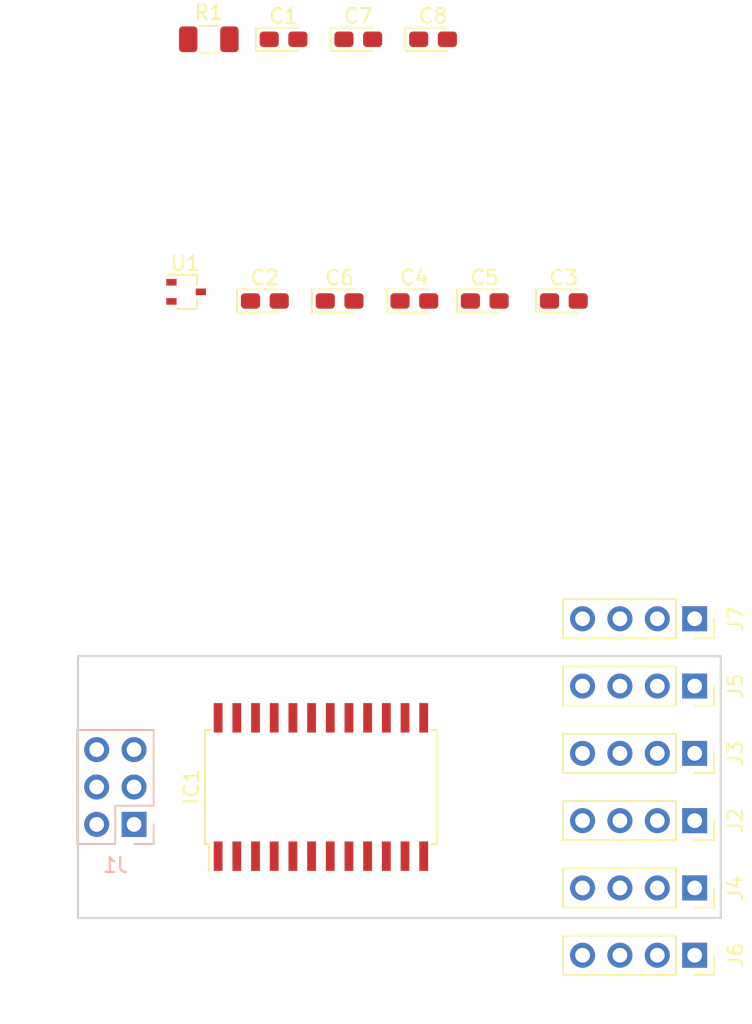
<source format=kicad_pcb>
(kicad_pcb (version 20171130) (host pcbnew "(5.0.2)-1")

  (general
    (thickness 1.6)
    (drawings 10)
    (tracks 0)
    (zones 0)
    (modules 18)
    (nets 29)
  )

  (page A4)
  (layers
    (0 F.Cu signal)
    (31 B.Cu signal)
    (32 B.Adhes user)
    (33 F.Adhes user)
    (34 B.Paste user)
    (35 F.Paste user)
    (36 B.SilkS user)
    (37 F.SilkS user)
    (38 B.Mask user)
    (39 F.Mask user)
    (40 Dwgs.User user)
    (41 Cmts.User user)
    (42 Eco1.User user)
    (43 Eco2.User user)
    (44 Edge.Cuts user)
    (45 Margin user)
    (46 B.CrtYd user)
    (47 F.CrtYd user)
    (48 B.Fab user)
    (49 F.Fab user)
  )

  (setup
    (last_trace_width 0.25)
    (trace_clearance 0.2)
    (zone_clearance 0.508)
    (zone_45_only no)
    (trace_min 0.2)
    (segment_width 0.2)
    (edge_width 0.15)
    (via_size 0.8)
    (via_drill 0.4)
    (via_min_size 0.4)
    (via_min_drill 0.3)
    (uvia_size 0.3)
    (uvia_drill 0.1)
    (uvias_allowed no)
    (uvia_min_size 0.2)
    (uvia_min_drill 0.1)
    (pcb_text_width 0.3)
    (pcb_text_size 1.5 1.5)
    (mod_edge_width 0.15)
    (mod_text_size 1 1)
    (mod_text_width 0.15)
    (pad_size 1.524 1.524)
    (pad_drill 0.762)
    (pad_to_mask_clearance 0.051)
    (solder_mask_min_width 0.25)
    (aux_axis_origin 0 0)
    (visible_elements 7FFFFFFF)
    (pcbplotparams
      (layerselection 0x010fc_ffffffff)
      (usegerberextensions false)
      (usegerberattributes false)
      (usegerberadvancedattributes false)
      (creategerberjobfile false)
      (excludeedgelayer true)
      (linewidth 0.100000)
      (plotframeref false)
      (viasonmask false)
      (mode 1)
      (useauxorigin false)
      (hpglpennumber 1)
      (hpglpenspeed 20)
      (hpglpendiameter 15.000000)
      (psnegative false)
      (psa4output false)
      (plotreference true)
      (plotvalue true)
      (plotinvisibletext false)
      (padsonsilk false)
      (subtractmaskfromsilk false)
      (outputformat 1)
      (mirror false)
      (drillshape 1)
      (scaleselection 1)
      (outputdirectory ""))
  )

  (net 0 "")
  (net 1 /5V)
  (net 2 GND)
  (net 3 "Net-(C3-Pad1)")
  (net 4 "Net-(C4-Pad1)")
  (net 5 "Net-(C6-Pad1)")
  (net 6 "Net-(C7-Pad1)")
  (net 7 "Net-(IC1-Pad1)")
  (net 8 "Net-(IC1-Pad13)")
  (net 9 "Net-(IC1-Pad2)")
  (net 10 "Net-(IC1-Pad14)")
  (net 11 "Net-(IC1-Pad3)")
  (net 12 "Net-(IC1-Pad15)")
  (net 13 "Net-(IC1-Pad16)")
  (net 14 "Net-(IC1-Pad17)")
  (net 15 /MISO)
  (net 16 "Net-(IC1-Pad9)")
  (net 17 /MOSI)
  (net 18 "Net-(IC1-Pad10)")
  (net 19 /SCK)
  (net 20 "Net-(IC1-Pad11)")
  (net 21 "Net-(IC1-Pad12)")
  (net 22 "Net-(J2-Pad4)")
  (net 23 "Net-(J3-Pad4)")
  (net 24 "Net-(J4-Pad4)")
  (net 25 "Net-(J5-Pad4)")
  (net 26 "Net-(J6-Pad4)")
  (net 27 "Net-(J7-Pad4)")
  (net 28 "Net-(J1-Pad5)")

  (net_class Default "Questo è il gruppo di collegamenti predefinito"
    (clearance 0.2)
    (trace_width 0.25)
    (via_dia 0.8)
    (via_drill 0.4)
    (uvia_dia 0.3)
    (uvia_drill 0.1)
    (add_net /5V)
    (add_net /MISO)
    (add_net /MOSI)
    (add_net /SCK)
    (add_net GND)
    (add_net "Net-(C3-Pad1)")
    (add_net "Net-(C4-Pad1)")
    (add_net "Net-(C6-Pad1)")
    (add_net "Net-(C7-Pad1)")
    (add_net "Net-(IC1-Pad1)")
    (add_net "Net-(IC1-Pad10)")
    (add_net "Net-(IC1-Pad11)")
    (add_net "Net-(IC1-Pad12)")
    (add_net "Net-(IC1-Pad13)")
    (add_net "Net-(IC1-Pad14)")
    (add_net "Net-(IC1-Pad15)")
    (add_net "Net-(IC1-Pad16)")
    (add_net "Net-(IC1-Pad17)")
    (add_net "Net-(IC1-Pad2)")
    (add_net "Net-(IC1-Pad3)")
    (add_net "Net-(IC1-Pad9)")
    (add_net "Net-(J1-Pad5)")
    (add_net "Net-(J2-Pad4)")
    (add_net "Net-(J3-Pad4)")
    (add_net "Net-(J4-Pad4)")
    (add_net "Net-(J5-Pad4)")
    (add_net "Net-(J6-Pad4)")
    (add_net "Net-(J7-Pad4)")
  )

  (module Capacitor_Tantalum_SMD:CP_EIA-2012-12_Kemet-R_Pad1.30x1.05mm_HandSolder (layer F.Cu) (tedit 5B301BBE) (tstamp 5C56B901)
    (at 128.27 67.31)
    (descr "Tantalum Capacitor SMD Kemet-R (2012-12 Metric), IPC_7351 nominal, (Body size from: https://www.vishay.com/docs/40182/tmch.pdf), generated with kicad-footprint-generator")
    (tags "capacitor tantalum")
    (path /5C4620DA)
    (attr smd)
    (fp_text reference C1 (at 0 -1.58) (layer F.SilkS)
      (effects (font (size 1 1) (thickness 0.15)))
    )
    (fp_text value 0.01e-6 (at 0 1.58) (layer F.Fab)
      (effects (font (size 1 1) (thickness 0.15)))
    )
    (fp_text user %R (at 0 0) (layer F.Fab)
      (effects (font (size 0.5 0.5) (thickness 0.08)))
    )
    (fp_line (start 1.88 0.88) (end -1.88 0.88) (layer F.CrtYd) (width 0.05))
    (fp_line (start 1.88 -0.88) (end 1.88 0.88) (layer F.CrtYd) (width 0.05))
    (fp_line (start -1.88 -0.88) (end 1.88 -0.88) (layer F.CrtYd) (width 0.05))
    (fp_line (start -1.88 0.88) (end -1.88 -0.88) (layer F.CrtYd) (width 0.05))
    (fp_line (start -1.885 0.785) (end 1 0.785) (layer F.SilkS) (width 0.12))
    (fp_line (start -1.885 -0.785) (end -1.885 0.785) (layer F.SilkS) (width 0.12))
    (fp_line (start 1 -0.785) (end -1.885 -0.785) (layer F.SilkS) (width 0.12))
    (fp_line (start 1 0.625) (end 1 -0.625) (layer F.Fab) (width 0.1))
    (fp_line (start -1 0.625) (end 1 0.625) (layer F.Fab) (width 0.1))
    (fp_line (start -1 -0.3125) (end -1 0.625) (layer F.Fab) (width 0.1))
    (fp_line (start -0.6875 -0.625) (end -1 -0.3125) (layer F.Fab) (width 0.1))
    (fp_line (start 1 -0.625) (end -0.6875 -0.625) (layer F.Fab) (width 0.1))
    (pad 2 smd roundrect (at 0.975 0) (size 1.3 1.05) (layers F.Cu F.Paste F.Mask) (roundrect_rratio 0.238095)
      (net 2 GND))
    (pad 1 smd roundrect (at -0.975 0) (size 1.3 1.05) (layers F.Cu F.Paste F.Mask) (roundrect_rratio 0.238095)
      (net 1 /5V))
    (model ${KISYS3DMOD}/Capacitor_Tantalum_SMD.3dshapes/CP_EIA-2012-12_Kemet-R.wrl
      (at (xyz 0 0 0))
      (scale (xyz 1 1 1))
      (rotate (xyz 0 0 0))
    )
  )

  (module Capacitor_Tantalum_SMD:CP_EIA-2012-12_Kemet-R_Pad1.30x1.05mm_HandSolder (layer F.Cu) (tedit 5B301BBE) (tstamp 5C56BCC0)
    (at 127 85.09)
    (descr "Tantalum Capacitor SMD Kemet-R (2012-12 Metric), IPC_7351 nominal, (Body size from: https://www.vishay.com/docs/40182/tmch.pdf), generated with kicad-footprint-generator")
    (tags "capacitor tantalum")
    (path /5C46215A)
    (attr smd)
    (fp_text reference C2 (at 0 -1.58) (layer F.SilkS)
      (effects (font (size 1 1) (thickness 0.15)))
    )
    (fp_text value 10e-6 (at 0 1.58) (layer F.Fab)
      (effects (font (size 1 1) (thickness 0.15)))
    )
    (fp_line (start 1 -0.625) (end -0.6875 -0.625) (layer F.Fab) (width 0.1))
    (fp_line (start -0.6875 -0.625) (end -1 -0.3125) (layer F.Fab) (width 0.1))
    (fp_line (start -1 -0.3125) (end -1 0.625) (layer F.Fab) (width 0.1))
    (fp_line (start -1 0.625) (end 1 0.625) (layer F.Fab) (width 0.1))
    (fp_line (start 1 0.625) (end 1 -0.625) (layer F.Fab) (width 0.1))
    (fp_line (start 1 -0.785) (end -1.885 -0.785) (layer F.SilkS) (width 0.12))
    (fp_line (start -1.885 -0.785) (end -1.885 0.785) (layer F.SilkS) (width 0.12))
    (fp_line (start -1.885 0.785) (end 1 0.785) (layer F.SilkS) (width 0.12))
    (fp_line (start -1.88 0.88) (end -1.88 -0.88) (layer F.CrtYd) (width 0.05))
    (fp_line (start -1.88 -0.88) (end 1.88 -0.88) (layer F.CrtYd) (width 0.05))
    (fp_line (start 1.88 -0.88) (end 1.88 0.88) (layer F.CrtYd) (width 0.05))
    (fp_line (start 1.88 0.88) (end -1.88 0.88) (layer F.CrtYd) (width 0.05))
    (fp_text user %R (at 0 0) (layer F.Fab)
      (effects (font (size 0.5 0.5) (thickness 0.08)))
    )
    (pad 1 smd roundrect (at -0.975 0) (size 1.3 1.05) (layers F.Cu F.Paste F.Mask) (roundrect_rratio 0.238095)
      (net 1 /5V))
    (pad 2 smd roundrect (at 0.975 0) (size 1.3 1.05) (layers F.Cu F.Paste F.Mask) (roundrect_rratio 0.238095)
      (net 2 GND))
    (model ${KISYS3DMOD}/Capacitor_Tantalum_SMD.3dshapes/CP_EIA-2012-12_Kemet-R.wrl
      (at (xyz 0 0 0))
      (scale (xyz 1 1 1))
      (rotate (xyz 0 0 0))
    )
  )

  (module Capacitor_Tantalum_SMD:CP_EIA-2012-12_Kemet-R_Pad1.30x1.05mm_HandSolder (layer F.Cu) (tedit 5B301BBE) (tstamp 5C56B937)
    (at 147.32 85.09)
    (descr "Tantalum Capacitor SMD Kemet-R (2012-12 Metric), IPC_7351 nominal, (Body size from: https://www.vishay.com/docs/40182/tmch.pdf), generated with kicad-footprint-generator")
    (tags "capacitor tantalum")
    (path /5C462545)
    (attr smd)
    (fp_text reference C3 (at 0 -1.58) (layer F.SilkS)
      (effects (font (size 1 1) (thickness 0.15)))
    )
    (fp_text value 0.1e-6 (at 0 1.58) (layer F.Fab)
      (effects (font (size 1 1) (thickness 0.15)))
    )
    (fp_text user %R (at 0 0) (layer F.Fab)
      (effects (font (size 0.5 0.5) (thickness 0.08)))
    )
    (fp_line (start 1.88 0.88) (end -1.88 0.88) (layer F.CrtYd) (width 0.05))
    (fp_line (start 1.88 -0.88) (end 1.88 0.88) (layer F.CrtYd) (width 0.05))
    (fp_line (start -1.88 -0.88) (end 1.88 -0.88) (layer F.CrtYd) (width 0.05))
    (fp_line (start -1.88 0.88) (end -1.88 -0.88) (layer F.CrtYd) (width 0.05))
    (fp_line (start -1.885 0.785) (end 1 0.785) (layer F.SilkS) (width 0.12))
    (fp_line (start -1.885 -0.785) (end -1.885 0.785) (layer F.SilkS) (width 0.12))
    (fp_line (start 1 -0.785) (end -1.885 -0.785) (layer F.SilkS) (width 0.12))
    (fp_line (start 1 0.625) (end 1 -0.625) (layer F.Fab) (width 0.1))
    (fp_line (start -1 0.625) (end 1 0.625) (layer F.Fab) (width 0.1))
    (fp_line (start -1 -0.3125) (end -1 0.625) (layer F.Fab) (width 0.1))
    (fp_line (start -0.6875 -0.625) (end -1 -0.3125) (layer F.Fab) (width 0.1))
    (fp_line (start 1 -0.625) (end -0.6875 -0.625) (layer F.Fab) (width 0.1))
    (pad 2 smd roundrect (at 0.975 0) (size 1.3 1.05) (layers F.Cu F.Paste F.Mask) (roundrect_rratio 0.238095)
      (net 2 GND))
    (pad 1 smd roundrect (at -0.975 0) (size 1.3 1.05) (layers F.Cu F.Paste F.Mask) (roundrect_rratio 0.238095)
      (net 3 "Net-(C3-Pad1)"))
    (model ${KISYS3DMOD}/Capacitor_Tantalum_SMD.3dshapes/CP_EIA-2012-12_Kemet-R.wrl
      (at (xyz 0 0 0))
      (scale (xyz 1 1 1))
      (rotate (xyz 0 0 0))
    )
  )

  (module Capacitor_Tantalum_SMD:CP_EIA-2012-12_Kemet-R_Pad1.30x1.05mm_HandSolder (layer F.Cu) (tedit 5B301BBE) (tstamp 5C56B694)
    (at 137.16 85.09)
    (descr "Tantalum Capacitor SMD Kemet-R (2012-12 Metric), IPC_7351 nominal, (Body size from: https://www.vishay.com/docs/40182/tmch.pdf), generated with kicad-footprint-generator")
    (tags "capacitor tantalum")
    (path /5C4630EC)
    (attr smd)
    (fp_text reference C4 (at 0 -1.58) (layer F.SilkS)
      (effects (font (size 1 1) (thickness 0.15)))
    )
    (fp_text value 470e-9 (at 0 1.58) (layer F.Fab)
      (effects (font (size 1 1) (thickness 0.15)))
    )
    (fp_line (start 1 -0.625) (end -0.6875 -0.625) (layer F.Fab) (width 0.1))
    (fp_line (start -0.6875 -0.625) (end -1 -0.3125) (layer F.Fab) (width 0.1))
    (fp_line (start -1 -0.3125) (end -1 0.625) (layer F.Fab) (width 0.1))
    (fp_line (start -1 0.625) (end 1 0.625) (layer F.Fab) (width 0.1))
    (fp_line (start 1 0.625) (end 1 -0.625) (layer F.Fab) (width 0.1))
    (fp_line (start 1 -0.785) (end -1.885 -0.785) (layer F.SilkS) (width 0.12))
    (fp_line (start -1.885 -0.785) (end -1.885 0.785) (layer F.SilkS) (width 0.12))
    (fp_line (start -1.885 0.785) (end 1 0.785) (layer F.SilkS) (width 0.12))
    (fp_line (start -1.88 0.88) (end -1.88 -0.88) (layer F.CrtYd) (width 0.05))
    (fp_line (start -1.88 -0.88) (end 1.88 -0.88) (layer F.CrtYd) (width 0.05))
    (fp_line (start 1.88 -0.88) (end 1.88 0.88) (layer F.CrtYd) (width 0.05))
    (fp_line (start 1.88 0.88) (end -1.88 0.88) (layer F.CrtYd) (width 0.05))
    (fp_text user %R (at 0 0) (layer F.Fab)
      (effects (font (size 0.5 0.5) (thickness 0.08)))
    )
    (pad 1 smd roundrect (at -0.975 0) (size 1.3 1.05) (layers F.Cu F.Paste F.Mask) (roundrect_rratio 0.238095)
      (net 4 "Net-(C4-Pad1)"))
    (pad 2 smd roundrect (at 0.975 0) (size 1.3 1.05) (layers F.Cu F.Paste F.Mask) (roundrect_rratio 0.238095)
      (net 2 GND))
    (model ${KISYS3DMOD}/Capacitor_Tantalum_SMD.3dshapes/CP_EIA-2012-12_Kemet-R.wrl
      (at (xyz 0 0 0))
      (scale (xyz 1 1 1))
      (rotate (xyz 0 0 0))
    )
  )

  (module Capacitor_Tantalum_SMD:CP_EIA-2012-12_Kemet-R_Pad1.30x1.05mm_HandSolder (layer F.Cu) (tedit 5B301BBE) (tstamp 5C56BE4A)
    (at 141.945 85.09)
    (descr "Tantalum Capacitor SMD Kemet-R (2012-12 Metric), IPC_7351 nominal, (Body size from: https://www.vishay.com/docs/40182/tmch.pdf), generated with kicad-footprint-generator")
    (tags "capacitor tantalum")
    (path /5C463270)
    (attr smd)
    (fp_text reference C5 (at 0 -1.58) (layer F.SilkS)
      (effects (font (size 1 1) (thickness 0.15)))
    )
    (fp_text value 0.1e-6 (at 0 1.58) (layer F.Fab)
      (effects (font (size 1 1) (thickness 0.15)))
    )
    (fp_text user %R (at 0 0) (layer F.Fab)
      (effects (font (size 0.5 0.5) (thickness 0.08)))
    )
    (fp_line (start 1.88 0.88) (end -1.88 0.88) (layer F.CrtYd) (width 0.05))
    (fp_line (start 1.88 -0.88) (end 1.88 0.88) (layer F.CrtYd) (width 0.05))
    (fp_line (start -1.88 -0.88) (end 1.88 -0.88) (layer F.CrtYd) (width 0.05))
    (fp_line (start -1.88 0.88) (end -1.88 -0.88) (layer F.CrtYd) (width 0.05))
    (fp_line (start -1.885 0.785) (end 1 0.785) (layer F.SilkS) (width 0.12))
    (fp_line (start -1.885 -0.785) (end -1.885 0.785) (layer F.SilkS) (width 0.12))
    (fp_line (start 1 -0.785) (end -1.885 -0.785) (layer F.SilkS) (width 0.12))
    (fp_line (start 1 0.625) (end 1 -0.625) (layer F.Fab) (width 0.1))
    (fp_line (start -1 0.625) (end 1 0.625) (layer F.Fab) (width 0.1))
    (fp_line (start -1 -0.3125) (end -1 0.625) (layer F.Fab) (width 0.1))
    (fp_line (start -0.6875 -0.625) (end -1 -0.3125) (layer F.Fab) (width 0.1))
    (fp_line (start 1 -0.625) (end -0.6875 -0.625) (layer F.Fab) (width 0.1))
    (pad 2 smd roundrect (at 0.975 0) (size 1.3 1.05) (layers F.Cu F.Paste F.Mask) (roundrect_rratio 0.238095)
      (net 2 GND))
    (pad 1 smd roundrect (at -0.975 0) (size 1.3 1.05) (layers F.Cu F.Paste F.Mask) (roundrect_rratio 0.238095)
      (net 4 "Net-(C4-Pad1)"))
    (model ${KISYS3DMOD}/Capacitor_Tantalum_SMD.3dshapes/CP_EIA-2012-12_Kemet-R.wrl
      (at (xyz 0 0 0))
      (scale (xyz 1 1 1))
      (rotate (xyz 0 0 0))
    )
  )

  (module Capacitor_Tantalum_SMD:CP_EIA-2012-12_Kemet-R_Pad1.30x1.05mm_HandSolder (layer F.Cu) (tedit 5B301BBE) (tstamp 5C56B70F)
    (at 132.08 85.09)
    (descr "Tantalum Capacitor SMD Kemet-R (2012-12 Metric), IPC_7351 nominal, (Body size from: https://www.vishay.com/docs/40182/tmch.pdf), generated with kicad-footprint-generator")
    (tags "capacitor tantalum")
    (path /5C4637E3)
    (attr smd)
    (fp_text reference C6 (at 0 -1.58) (layer F.SilkS)
      (effects (font (size 1 1) (thickness 0.15)))
    )
    (fp_text value 0.01e-6 (at 0 1.58) (layer F.Fab)
      (effects (font (size 1 1) (thickness 0.15)))
    )
    (fp_line (start 1 -0.625) (end -0.6875 -0.625) (layer F.Fab) (width 0.1))
    (fp_line (start -0.6875 -0.625) (end -1 -0.3125) (layer F.Fab) (width 0.1))
    (fp_line (start -1 -0.3125) (end -1 0.625) (layer F.Fab) (width 0.1))
    (fp_line (start -1 0.625) (end 1 0.625) (layer F.Fab) (width 0.1))
    (fp_line (start 1 0.625) (end 1 -0.625) (layer F.Fab) (width 0.1))
    (fp_line (start 1 -0.785) (end -1.885 -0.785) (layer F.SilkS) (width 0.12))
    (fp_line (start -1.885 -0.785) (end -1.885 0.785) (layer F.SilkS) (width 0.12))
    (fp_line (start -1.885 0.785) (end 1 0.785) (layer F.SilkS) (width 0.12))
    (fp_line (start -1.88 0.88) (end -1.88 -0.88) (layer F.CrtYd) (width 0.05))
    (fp_line (start -1.88 -0.88) (end 1.88 -0.88) (layer F.CrtYd) (width 0.05))
    (fp_line (start 1.88 -0.88) (end 1.88 0.88) (layer F.CrtYd) (width 0.05))
    (fp_line (start 1.88 0.88) (end -1.88 0.88) (layer F.CrtYd) (width 0.05))
    (fp_text user %R (at 0 0) (layer F.Fab)
      (effects (font (size 0.5 0.5) (thickness 0.08)))
    )
    (pad 1 smd roundrect (at -0.975 0) (size 1.3 1.05) (layers F.Cu F.Paste F.Mask) (roundrect_rratio 0.238095)
      (net 5 "Net-(C6-Pad1)"))
    (pad 2 smd roundrect (at 0.975 0) (size 1.3 1.05) (layers F.Cu F.Paste F.Mask) (roundrect_rratio 0.238095)
      (net 2 GND))
    (model ${KISYS3DMOD}/Capacitor_Tantalum_SMD.3dshapes/CP_EIA-2012-12_Kemet-R.wrl
      (at (xyz 0 0 0))
      (scale (xyz 1 1 1))
      (rotate (xyz 0 0 0))
    )
  )

  (module Capacitor_Tantalum_SMD:CP_EIA-2012-12_Kemet-R_Pad1.30x1.05mm_HandSolder (layer F.Cu) (tedit 5B301BBE) (tstamp 5C56B895)
    (at 133.35 67.31)
    (descr "Tantalum Capacitor SMD Kemet-R (2012-12 Metric), IPC_7351 nominal, (Body size from: https://www.vishay.com/docs/40182/tmch.pdf), generated with kicad-footprint-generator")
    (tags "capacitor tantalum")
    (path /5C463F39)
    (attr smd)
    (fp_text reference C7 (at 0 -1.58) (layer F.SilkS)
      (effects (font (size 1 1) (thickness 0.15)))
    )
    (fp_text value 0.1e-6 (at 0 1.58) (layer F.Fab)
      (effects (font (size 1 1) (thickness 0.15)))
    )
    (fp_text user %R (at 0 0) (layer F.Fab)
      (effects (font (size 0.5 0.5) (thickness 0.08)))
    )
    (fp_line (start 1.88 0.88) (end -1.88 0.88) (layer F.CrtYd) (width 0.05))
    (fp_line (start 1.88 -0.88) (end 1.88 0.88) (layer F.CrtYd) (width 0.05))
    (fp_line (start -1.88 -0.88) (end 1.88 -0.88) (layer F.CrtYd) (width 0.05))
    (fp_line (start -1.88 0.88) (end -1.88 -0.88) (layer F.CrtYd) (width 0.05))
    (fp_line (start -1.885 0.785) (end 1 0.785) (layer F.SilkS) (width 0.12))
    (fp_line (start -1.885 -0.785) (end -1.885 0.785) (layer F.SilkS) (width 0.12))
    (fp_line (start 1 -0.785) (end -1.885 -0.785) (layer F.SilkS) (width 0.12))
    (fp_line (start 1 0.625) (end 1 -0.625) (layer F.Fab) (width 0.1))
    (fp_line (start -1 0.625) (end 1 0.625) (layer F.Fab) (width 0.1))
    (fp_line (start -1 -0.3125) (end -1 0.625) (layer F.Fab) (width 0.1))
    (fp_line (start -0.6875 -0.625) (end -1 -0.3125) (layer F.Fab) (width 0.1))
    (fp_line (start 1 -0.625) (end -0.6875 -0.625) (layer F.Fab) (width 0.1))
    (pad 2 smd roundrect (at 0.975 0) (size 1.3 1.05) (layers F.Cu F.Paste F.Mask) (roundrect_rratio 0.238095)
      (net 2 GND))
    (pad 1 smd roundrect (at -0.975 0) (size 1.3 1.05) (layers F.Cu F.Paste F.Mask) (roundrect_rratio 0.238095)
      (net 6 "Net-(C7-Pad1)"))
    (model ${KISYS3DMOD}/Capacitor_Tantalum_SMD.3dshapes/CP_EIA-2012-12_Kemet-R.wrl
      (at (xyz 0 0 0))
      (scale (xyz 1 1 1))
      (rotate (xyz 0 0 0))
    )
  )

  (module Capacitor_Tantalum_SMD:CP_EIA-2012-12_Kemet-R_Pad1.30x1.05mm_HandSolder (layer F.Cu) (tedit 5B301BBE) (tstamp 5C56B85F)
    (at 138.43 67.31)
    (descr "Tantalum Capacitor SMD Kemet-R (2012-12 Metric), IPC_7351 nominal, (Body size from: https://www.vishay.com/docs/40182/tmch.pdf), generated with kicad-footprint-generator")
    (tags "capacitor tantalum")
    (path /5C4B984C)
    (attr smd)
    (fp_text reference C8 (at 0 -1.58) (layer F.SilkS)
      (effects (font (size 1 1) (thickness 0.15)))
    )
    (fp_text value 0.1e-6 (at 0 1.58) (layer F.Fab)
      (effects (font (size 1 1) (thickness 0.15)))
    )
    (fp_line (start 1 -0.625) (end -0.6875 -0.625) (layer F.Fab) (width 0.1))
    (fp_line (start -0.6875 -0.625) (end -1 -0.3125) (layer F.Fab) (width 0.1))
    (fp_line (start -1 -0.3125) (end -1 0.625) (layer F.Fab) (width 0.1))
    (fp_line (start -1 0.625) (end 1 0.625) (layer F.Fab) (width 0.1))
    (fp_line (start 1 0.625) (end 1 -0.625) (layer F.Fab) (width 0.1))
    (fp_line (start 1 -0.785) (end -1.885 -0.785) (layer F.SilkS) (width 0.12))
    (fp_line (start -1.885 -0.785) (end -1.885 0.785) (layer F.SilkS) (width 0.12))
    (fp_line (start -1.885 0.785) (end 1 0.785) (layer F.SilkS) (width 0.12))
    (fp_line (start -1.88 0.88) (end -1.88 -0.88) (layer F.CrtYd) (width 0.05))
    (fp_line (start -1.88 -0.88) (end 1.88 -0.88) (layer F.CrtYd) (width 0.05))
    (fp_line (start 1.88 -0.88) (end 1.88 0.88) (layer F.CrtYd) (width 0.05))
    (fp_line (start 1.88 0.88) (end -1.88 0.88) (layer F.CrtYd) (width 0.05))
    (fp_text user %R (at 0 0) (layer F.Fab)
      (effects (font (size 0.5 0.5) (thickness 0.08)))
    )
    (pad 1 smd roundrect (at -0.975 0) (size 1.3 1.05) (layers F.Cu F.Paste F.Mask) (roundrect_rratio 0.238095)
      (net 1 /5V))
    (pad 2 smd roundrect (at 0.975 0) (size 1.3 1.05) (layers F.Cu F.Paste F.Mask) (roundrect_rratio 0.238095)
      (net 2 GND))
    (model ${KISYS3DMOD}/Capacitor_Tantalum_SMD.3dshapes/CP_EIA-2012-12_Kemet-R.wrl
      (at (xyz 0 0 0))
      (scale (xyz 1 1 1))
      (rotate (xyz 0 0 0))
    )
  )

  (module Package_SO:SOIC-24W_7.5x15.4mm_P1.27mm (layer F.Cu) (tedit 5A02F2D3) (tstamp 5C56B7F5)
    (at 130.81 118.11 90)
    (descr "24-Lead Plastic Small Outline (SO) - Wide, 7.50 mm Body [SOIC] (see Microchip Packaging Specification 00000049BS.pdf)")
    (tags "SOIC 1.27")
    (path /5C461AA8)
    (attr smd)
    (fp_text reference IC1 (at 0 -8.8 90) (layer F.SilkS)
      (effects (font (size 1 1) (thickness 0.15)))
    )
    (fp_text value AD7856ANZ (at 0 8.8 90) (layer F.Fab)
      (effects (font (size 1 1) (thickness 0.15)))
    )
    (fp_text user %R (at 0 0 90) (layer F.Fab)
      (effects (font (size 1 1) (thickness 0.15)))
    )
    (fp_line (start -2.75 -7.7) (end 3.75 -7.7) (layer F.Fab) (width 0.15))
    (fp_line (start 3.75 -7.7) (end 3.75 7.7) (layer F.Fab) (width 0.15))
    (fp_line (start 3.75 7.7) (end -3.75 7.7) (layer F.Fab) (width 0.15))
    (fp_line (start -3.75 7.7) (end -3.75 -6.7) (layer F.Fab) (width 0.15))
    (fp_line (start -3.75 -6.7) (end -2.75 -7.7) (layer F.Fab) (width 0.15))
    (fp_line (start -5.95 -8.05) (end -5.95 8.05) (layer F.CrtYd) (width 0.05))
    (fp_line (start 5.95 -8.05) (end 5.95 8.05) (layer F.CrtYd) (width 0.05))
    (fp_line (start -5.95 -8.05) (end 5.95 -8.05) (layer F.CrtYd) (width 0.05))
    (fp_line (start -5.95 8.05) (end 5.95 8.05) (layer F.CrtYd) (width 0.05))
    (fp_line (start -3.875 -7.875) (end -3.875 -7.6) (layer F.SilkS) (width 0.15))
    (fp_line (start 3.875 -7.875) (end 3.875 -7.51) (layer F.SilkS) (width 0.15))
    (fp_line (start 3.875 7.875) (end 3.875 7.51) (layer F.SilkS) (width 0.15))
    (fp_line (start -3.875 7.875) (end -3.875 7.51) (layer F.SilkS) (width 0.15))
    (fp_line (start -3.875 -7.875) (end 3.875 -7.875) (layer F.SilkS) (width 0.15))
    (fp_line (start -3.875 7.875) (end 3.875 7.875) (layer F.SilkS) (width 0.15))
    (fp_line (start -3.875 -7.6) (end -5.7 -7.6) (layer F.SilkS) (width 0.15))
    (pad 1 smd rect (at -4.7 -6.985 90) (size 2 0.6) (layers F.Cu F.Paste F.Mask)
      (net 7 "Net-(IC1-Pad1)"))
    (pad 2 smd rect (at -4.7 -5.715 90) (size 2 0.6) (layers F.Cu F.Paste F.Mask)
      (net 9 "Net-(IC1-Pad2)"))
    (pad 3 smd rect (at -4.7 -4.445 90) (size 2 0.6) (layers F.Cu F.Paste F.Mask)
      (net 11 "Net-(IC1-Pad3)"))
    (pad 4 smd rect (at -4.7 -3.175 90) (size 2 0.6) (layers F.Cu F.Paste F.Mask)
      (net 6 "Net-(C7-Pad1)"))
    (pad 5 smd rect (at -4.7 -1.905 90) (size 2 0.6) (layers F.Cu F.Paste F.Mask)
      (net 1 /5V))
    (pad 6 smd rect (at -4.7 -0.635 90) (size 2 0.6) (layers F.Cu F.Paste F.Mask)
      (net 2 GND))
    (pad 7 smd rect (at -4.7 0.635 90) (size 2 0.6) (layers F.Cu F.Paste F.Mask)
      (net 4 "Net-(C4-Pad1)"))
    (pad 8 smd rect (at -4.7 1.905 90) (size 2 0.6) (layers F.Cu F.Paste F.Mask)
      (net 5 "Net-(C6-Pad1)"))
    (pad 9 smd rect (at -4.7 3.175 90) (size 2 0.6) (layers F.Cu F.Paste F.Mask)
      (net 16 "Net-(IC1-Pad9)"))
    (pad 10 smd rect (at -4.7 4.445 90) (size 2 0.6) (layers F.Cu F.Paste F.Mask)
      (net 18 "Net-(IC1-Pad10)"))
    (pad 11 smd rect (at -4.7 5.715 90) (size 2 0.6) (layers F.Cu F.Paste F.Mask)
      (net 20 "Net-(IC1-Pad11)"))
    (pad 12 smd rect (at -4.7 6.985 90) (size 2 0.6) (layers F.Cu F.Paste F.Mask)
      (net 21 "Net-(IC1-Pad12)"))
    (pad 13 smd rect (at 4.7 6.985 90) (size 2 0.6) (layers F.Cu F.Paste F.Mask)
      (net 8 "Net-(IC1-Pad13)"))
    (pad 14 smd rect (at 4.7 5.715 90) (size 2 0.6) (layers F.Cu F.Paste F.Mask)
      (net 10 "Net-(IC1-Pad14)"))
    (pad 15 smd rect (at 4.7 4.445 90) (size 2 0.6) (layers F.Cu F.Paste F.Mask)
      (net 12 "Net-(IC1-Pad15)"))
    (pad 16 smd rect (at 4.7 3.175 90) (size 2 0.6) (layers F.Cu F.Paste F.Mask)
      (net 13 "Net-(IC1-Pad16)"))
    (pad 17 smd rect (at 4.7 1.905 90) (size 2 0.6) (layers F.Cu F.Paste F.Mask)
      (net 14 "Net-(IC1-Pad17)"))
    (pad 18 smd rect (at 4.7 0.635 90) (size 2 0.6) (layers F.Cu F.Paste F.Mask)
      (net 3 "Net-(C3-Pad1)"))
    (pad 19 smd rect (at 4.7 -0.635 90) (size 2 0.6) (layers F.Cu F.Paste F.Mask)
      (net 2 GND))
    (pad 20 smd rect (at 4.7 -1.905 90) (size 2 0.6) (layers F.Cu F.Paste F.Mask)
      (net 15 /MISO))
    (pad 21 smd rect (at 4.7 -3.175 90) (size 2 0.6) (layers F.Cu F.Paste F.Mask)
      (net 17 /MOSI))
    (pad 22 smd rect (at 4.7 -4.445 90) (size 2 0.6) (layers F.Cu F.Paste F.Mask)
      (net 19 /SCK))
    (pad 23 smd rect (at 4.7 -5.715 90) (size 2 0.6) (layers F.Cu F.Paste F.Mask)
      (net 19 /SCK))
    (pad 24 smd rect (at 4.7 -6.985 90) (size 2 0.6) (layers F.Cu F.Paste F.Mask)
      (net 2 GND))
    (model ${KISYS3DMOD}/Package_SO.3dshapes/SOIC-24W_7.5x15.4mm_P1.27mm.wrl
      (at (xyz 0 0 0))
      (scale (xyz 1 1 1))
      (rotate (xyz 0 0 0))
    )
  )

  (module Connector_PinSocket_2.54mm:PinSocket_2x03_P2.54mm_Vertical (layer B.Cu) (tedit 5A19A425) (tstamp 5C56BB74)
    (at 118.11 120.65)
    (descr "Through hole straight socket strip, 2x03, 2.54mm pitch, double cols (from Kicad 4.0.7), script generated")
    (tags "Through hole socket strip THT 2x03 2.54mm double row")
    (path /5C466183)
    (fp_text reference J1 (at -1.27 2.77) (layer B.SilkS)
      (effects (font (size 1 1) (thickness 0.15)) (justify mirror))
    )
    (fp_text value "ICSP ARDUINO NANO" (at -1.27 -7.85) (layer B.Fab)
      (effects (font (size 1 1) (thickness 0.15)) (justify mirror))
    )
    (fp_line (start -3.81 1.27) (end 0.27 1.27) (layer B.Fab) (width 0.1))
    (fp_line (start 0.27 1.27) (end 1.27 0.27) (layer B.Fab) (width 0.1))
    (fp_line (start 1.27 0.27) (end 1.27 -6.35) (layer B.Fab) (width 0.1))
    (fp_line (start 1.27 -6.35) (end -3.81 -6.35) (layer B.Fab) (width 0.1))
    (fp_line (start -3.81 -6.35) (end -3.81 1.27) (layer B.Fab) (width 0.1))
    (fp_line (start -3.87 1.33) (end -1.27 1.33) (layer B.SilkS) (width 0.12))
    (fp_line (start -3.87 1.33) (end -3.87 -6.41) (layer B.SilkS) (width 0.12))
    (fp_line (start -3.87 -6.41) (end 1.33 -6.41) (layer B.SilkS) (width 0.12))
    (fp_line (start 1.33 -1.27) (end 1.33 -6.41) (layer B.SilkS) (width 0.12))
    (fp_line (start -1.27 -1.27) (end 1.33 -1.27) (layer B.SilkS) (width 0.12))
    (fp_line (start -1.27 1.33) (end -1.27 -1.27) (layer B.SilkS) (width 0.12))
    (fp_line (start 1.33 1.33) (end 1.33 0) (layer B.SilkS) (width 0.12))
    (fp_line (start 0 1.33) (end 1.33 1.33) (layer B.SilkS) (width 0.12))
    (fp_line (start -4.34 1.8) (end 1.76 1.8) (layer B.CrtYd) (width 0.05))
    (fp_line (start 1.76 1.8) (end 1.76 -6.85) (layer B.CrtYd) (width 0.05))
    (fp_line (start 1.76 -6.85) (end -4.34 -6.85) (layer B.CrtYd) (width 0.05))
    (fp_line (start -4.34 -6.85) (end -4.34 1.8) (layer B.CrtYd) (width 0.05))
    (fp_text user %R (at -1.27 -2.54 -90) (layer B.Fab)
      (effects (font (size 1 1) (thickness 0.15)) (justify mirror))
    )
    (pad 1 thru_hole rect (at 0 0) (size 1.7 1.7) (drill 1) (layers *.Cu *.Mask)
      (net 15 /MISO))
    (pad 2 thru_hole oval (at -2.54 0) (size 1.7 1.7) (drill 1) (layers *.Cu *.Mask)
      (net 1 /5V))
    (pad 3 thru_hole oval (at 0 -2.54) (size 1.7 1.7) (drill 1) (layers *.Cu *.Mask)
      (net 19 /SCK))
    (pad 4 thru_hole oval (at -2.54 -2.54) (size 1.7 1.7) (drill 1) (layers *.Cu *.Mask)
      (net 17 /MOSI))
    (pad 5 thru_hole oval (at 0 -5.08) (size 1.7 1.7) (drill 1) (layers *.Cu *.Mask)
      (net 28 "Net-(J1-Pad5)"))
    (pad 6 thru_hole oval (at -2.54 -5.08) (size 1.7 1.7) (drill 1) (layers *.Cu *.Mask)
      (net 2 GND))
    (model ${KISYS3DMOD}/Connector_PinSocket_2.54mm.3dshapes/PinSocket_2x03_P2.54mm_Vertical.wrl
      (at (xyz 0 0 0))
      (scale (xyz 1 1 1))
      (rotate (xyz 0 0 0))
    )
  )

  (module Connector_PinSocket_2.54mm:PinSocket_1x04_P2.54mm_Vertical (layer F.Cu) (tedit 5A19A429) (tstamp 5C4DC636)
    (at 156.21 120.396 270)
    (descr "Through hole straight socket strip, 1x04, 2.54mm pitch, single row (from Kicad 4.0.7), script generated")
    (tags "Through hole socket strip THT 1x04 2.54mm single row")
    (path /5C47040E)
    (fp_text reference J2 (at 0 -2.77 270) (layer F.SilkS)
      (effects (font (size 1 1) (thickness 0.15)))
    )
    (fp_text value Conn_01x04 (at 0 10.39 270) (layer F.Fab)
      (effects (font (size 1 1) (thickness 0.15)))
    )
    (fp_text user %R (at 0 3.81) (layer F.Fab)
      (effects (font (size 1 1) (thickness 0.15)))
    )
    (fp_line (start -1.8 9.4) (end -1.8 -1.8) (layer F.CrtYd) (width 0.05))
    (fp_line (start 1.75 9.4) (end -1.8 9.4) (layer F.CrtYd) (width 0.05))
    (fp_line (start 1.75 -1.8) (end 1.75 9.4) (layer F.CrtYd) (width 0.05))
    (fp_line (start -1.8 -1.8) (end 1.75 -1.8) (layer F.CrtYd) (width 0.05))
    (fp_line (start 0 -1.33) (end 1.33 -1.33) (layer F.SilkS) (width 0.12))
    (fp_line (start 1.33 -1.33) (end 1.33 0) (layer F.SilkS) (width 0.12))
    (fp_line (start 1.33 1.27) (end 1.33 8.95) (layer F.SilkS) (width 0.12))
    (fp_line (start -1.33 8.95) (end 1.33 8.95) (layer F.SilkS) (width 0.12))
    (fp_line (start -1.33 1.27) (end -1.33 8.95) (layer F.SilkS) (width 0.12))
    (fp_line (start -1.33 1.27) (end 1.33 1.27) (layer F.SilkS) (width 0.12))
    (fp_line (start -1.27 8.89) (end -1.27 -1.27) (layer F.Fab) (width 0.1))
    (fp_line (start 1.27 8.89) (end -1.27 8.89) (layer F.Fab) (width 0.1))
    (fp_line (start 1.27 -0.635) (end 1.27 8.89) (layer F.Fab) (width 0.1))
    (fp_line (start 0.635 -1.27) (end 1.27 -0.635) (layer F.Fab) (width 0.1))
    (fp_line (start -1.27 -1.27) (end 0.635 -1.27) (layer F.Fab) (width 0.1))
    (pad 4 thru_hole oval (at 0 7.62 270) (size 1.7 1.7) (drill 1) (layers *.Cu *.Mask)
      (net 22 "Net-(J2-Pad4)"))
    (pad 3 thru_hole oval (at 0 5.08 270) (size 1.7 1.7) (drill 1) (layers *.Cu *.Mask)
      (net 16 "Net-(IC1-Pad9)"))
    (pad 2 thru_hole oval (at 0 2.54 270) (size 1.7 1.7) (drill 1) (layers *.Cu *.Mask)
      (net 2 GND))
    (pad 1 thru_hole rect (at 0 0 270) (size 1.7 1.7) (drill 1) (layers *.Cu *.Mask)
      (net 1 /5V))
    (model ${KISYS3DMOD}/Connector_PinSocket_2.54mm.3dshapes/PinSocket_1x04_P2.54mm_Vertical.wrl
      (at (xyz 0 0 0))
      (scale (xyz 1 1 1))
      (rotate (xyz 0 0 0))
    )
  )

  (module Connector_PinSocket_2.54mm:PinSocket_1x04_P2.54mm_Vertical (layer F.Cu) (tedit 5A19A429) (tstamp 5C4DC6AA)
    (at 156.21 115.824 270)
    (descr "Through hole straight socket strip, 1x04, 2.54mm pitch, single row (from Kicad 4.0.7), script generated")
    (tags "Through hole socket strip THT 1x04 2.54mm single row")
    (path /5C470494)
    (fp_text reference J3 (at 0 -2.77 270) (layer F.SilkS)
      (effects (font (size 1 1) (thickness 0.15)))
    )
    (fp_text value Conn_01x04 (at 0 10.39 270) (layer F.Fab)
      (effects (font (size 1 1) (thickness 0.15)))
    )
    (fp_line (start -1.27 -1.27) (end 0.635 -1.27) (layer F.Fab) (width 0.1))
    (fp_line (start 0.635 -1.27) (end 1.27 -0.635) (layer F.Fab) (width 0.1))
    (fp_line (start 1.27 -0.635) (end 1.27 8.89) (layer F.Fab) (width 0.1))
    (fp_line (start 1.27 8.89) (end -1.27 8.89) (layer F.Fab) (width 0.1))
    (fp_line (start -1.27 8.89) (end -1.27 -1.27) (layer F.Fab) (width 0.1))
    (fp_line (start -1.33 1.27) (end 1.33 1.27) (layer F.SilkS) (width 0.12))
    (fp_line (start -1.33 1.27) (end -1.33 8.95) (layer F.SilkS) (width 0.12))
    (fp_line (start -1.33 8.95) (end 1.33 8.95) (layer F.SilkS) (width 0.12))
    (fp_line (start 1.33 1.27) (end 1.33 8.95) (layer F.SilkS) (width 0.12))
    (fp_line (start 1.33 -1.33) (end 1.33 0) (layer F.SilkS) (width 0.12))
    (fp_line (start 0 -1.33) (end 1.33 -1.33) (layer F.SilkS) (width 0.12))
    (fp_line (start -1.8 -1.8) (end 1.75 -1.8) (layer F.CrtYd) (width 0.05))
    (fp_line (start 1.75 -1.8) (end 1.75 9.4) (layer F.CrtYd) (width 0.05))
    (fp_line (start 1.75 9.4) (end -1.8 9.4) (layer F.CrtYd) (width 0.05))
    (fp_line (start -1.8 9.4) (end -1.8 -1.8) (layer F.CrtYd) (width 0.05))
    (fp_text user %R (at 0 3.81) (layer F.Fab)
      (effects (font (size 1 1) (thickness 0.15)))
    )
    (pad 1 thru_hole rect (at 0 0 270) (size 1.7 1.7) (drill 1) (layers *.Cu *.Mask)
      (net 1 /5V))
    (pad 2 thru_hole oval (at 0 2.54 270) (size 1.7 1.7) (drill 1) (layers *.Cu *.Mask)
      (net 2 GND))
    (pad 3 thru_hole oval (at 0 5.08 270) (size 1.7 1.7) (drill 1) (layers *.Cu *.Mask)
      (net 18 "Net-(IC1-Pad10)"))
    (pad 4 thru_hole oval (at 0 7.62 270) (size 1.7 1.7) (drill 1) (layers *.Cu *.Mask)
      (net 23 "Net-(J3-Pad4)"))
    (model ${KISYS3DMOD}/Connector_PinSocket_2.54mm.3dshapes/PinSocket_1x04_P2.54mm_Vertical.wrl
      (at (xyz 0 0 0))
      (scale (xyz 1 1 1))
      (rotate (xyz 0 0 0))
    )
  )

  (module Connector_PinSocket_2.54mm:PinSocket_1x04_P2.54mm_Vertical (layer F.Cu) (tedit 5A19A429) (tstamp 5C4DCC1F)
    (at 156.21 124.968 270)
    (descr "Through hole straight socket strip, 1x04, 2.54mm pitch, single row (from Kicad 4.0.7), script generated")
    (tags "Through hole socket strip THT 1x04 2.54mm single row")
    (path /5C470533)
    (fp_text reference J4 (at 0 -2.77 270) (layer F.SilkS)
      (effects (font (size 1 1) (thickness 0.15)))
    )
    (fp_text value Conn_01x04 (at 0 10.39 270) (layer F.Fab)
      (effects (font (size 1 1) (thickness 0.15)))
    )
    (fp_text user %R (at 0 3.81) (layer F.Fab)
      (effects (font (size 1 1) (thickness 0.15)))
    )
    (fp_line (start -1.8 9.4) (end -1.8 -1.8) (layer F.CrtYd) (width 0.05))
    (fp_line (start 1.75 9.4) (end -1.8 9.4) (layer F.CrtYd) (width 0.05))
    (fp_line (start 1.75 -1.8) (end 1.75 9.4) (layer F.CrtYd) (width 0.05))
    (fp_line (start -1.8 -1.8) (end 1.75 -1.8) (layer F.CrtYd) (width 0.05))
    (fp_line (start 0 -1.33) (end 1.33 -1.33) (layer F.SilkS) (width 0.12))
    (fp_line (start 1.33 -1.33) (end 1.33 0) (layer F.SilkS) (width 0.12))
    (fp_line (start 1.33 1.27) (end 1.33 8.95) (layer F.SilkS) (width 0.12))
    (fp_line (start -1.33 8.95) (end 1.33 8.95) (layer F.SilkS) (width 0.12))
    (fp_line (start -1.33 1.27) (end -1.33 8.95) (layer F.SilkS) (width 0.12))
    (fp_line (start -1.33 1.27) (end 1.33 1.27) (layer F.SilkS) (width 0.12))
    (fp_line (start -1.27 8.89) (end -1.27 -1.27) (layer F.Fab) (width 0.1))
    (fp_line (start 1.27 8.89) (end -1.27 8.89) (layer F.Fab) (width 0.1))
    (fp_line (start 1.27 -0.635) (end 1.27 8.89) (layer F.Fab) (width 0.1))
    (fp_line (start 0.635 -1.27) (end 1.27 -0.635) (layer F.Fab) (width 0.1))
    (fp_line (start -1.27 -1.27) (end 0.635 -1.27) (layer F.Fab) (width 0.1))
    (pad 4 thru_hole oval (at 0 7.62 270) (size 1.7 1.7) (drill 1) (layers *.Cu *.Mask)
      (net 24 "Net-(J4-Pad4)"))
    (pad 3 thru_hole oval (at 0 5.08 270) (size 1.7 1.7) (drill 1) (layers *.Cu *.Mask)
      (net 20 "Net-(IC1-Pad11)"))
    (pad 2 thru_hole oval (at 0 2.54 270) (size 1.7 1.7) (drill 1) (layers *.Cu *.Mask)
      (net 2 GND))
    (pad 1 thru_hole rect (at 0 0 270) (size 1.7 1.7) (drill 1) (layers *.Cu *.Mask)
      (net 1 /5V))
    (model ${KISYS3DMOD}/Connector_PinSocket_2.54mm.3dshapes/PinSocket_1x04_P2.54mm_Vertical.wrl
      (at (xyz 0 0 0))
      (scale (xyz 1 1 1))
      (rotate (xyz 0 0 0))
    )
  )

  (module Connector_PinSocket_2.54mm:PinSocket_1x04_P2.54mm_Vertical (layer F.Cu) (tedit 5A19A429) (tstamp 5C4DCB1B)
    (at 156.21 111.252 270)
    (descr "Through hole straight socket strip, 1x04, 2.54mm pitch, single row (from Kicad 4.0.7), script generated")
    (tags "Through hole socket strip THT 1x04 2.54mm single row")
    (path /5C470589)
    (fp_text reference J5 (at 0 -2.77 270) (layer F.SilkS)
      (effects (font (size 1 1) (thickness 0.15)))
    )
    (fp_text value Conn_01x04 (at 0 10.39 270) (layer F.Fab)
      (effects (font (size 1 1) (thickness 0.15)))
    )
    (fp_line (start -1.27 -1.27) (end 0.635 -1.27) (layer F.Fab) (width 0.1))
    (fp_line (start 0.635 -1.27) (end 1.27 -0.635) (layer F.Fab) (width 0.1))
    (fp_line (start 1.27 -0.635) (end 1.27 8.89) (layer F.Fab) (width 0.1))
    (fp_line (start 1.27 8.89) (end -1.27 8.89) (layer F.Fab) (width 0.1))
    (fp_line (start -1.27 8.89) (end -1.27 -1.27) (layer F.Fab) (width 0.1))
    (fp_line (start -1.33 1.27) (end 1.33 1.27) (layer F.SilkS) (width 0.12))
    (fp_line (start -1.33 1.27) (end -1.33 8.95) (layer F.SilkS) (width 0.12))
    (fp_line (start -1.33 8.95) (end 1.33 8.95) (layer F.SilkS) (width 0.12))
    (fp_line (start 1.33 1.27) (end 1.33 8.95) (layer F.SilkS) (width 0.12))
    (fp_line (start 1.33 -1.33) (end 1.33 0) (layer F.SilkS) (width 0.12))
    (fp_line (start 0 -1.33) (end 1.33 -1.33) (layer F.SilkS) (width 0.12))
    (fp_line (start -1.8 -1.8) (end 1.75 -1.8) (layer F.CrtYd) (width 0.05))
    (fp_line (start 1.75 -1.8) (end 1.75 9.4) (layer F.CrtYd) (width 0.05))
    (fp_line (start 1.75 9.4) (end -1.8 9.4) (layer F.CrtYd) (width 0.05))
    (fp_line (start -1.8 9.4) (end -1.8 -1.8) (layer F.CrtYd) (width 0.05))
    (fp_text user %R (at 0 3.81) (layer F.Fab)
      (effects (font (size 1 1) (thickness 0.15)))
    )
    (pad 1 thru_hole rect (at 0 0 270) (size 1.7 1.7) (drill 1) (layers *.Cu *.Mask)
      (net 1 /5V))
    (pad 2 thru_hole oval (at 0 2.54 270) (size 1.7 1.7) (drill 1) (layers *.Cu *.Mask)
      (net 2 GND))
    (pad 3 thru_hole oval (at 0 5.08 270) (size 1.7 1.7) (drill 1) (layers *.Cu *.Mask)
      (net 21 "Net-(IC1-Pad12)"))
    (pad 4 thru_hole oval (at 0 7.62 270) (size 1.7 1.7) (drill 1) (layers *.Cu *.Mask)
      (net 25 "Net-(J5-Pad4)"))
    (model ${KISYS3DMOD}/Connector_PinSocket_2.54mm.3dshapes/PinSocket_1x04_P2.54mm_Vertical.wrl
      (at (xyz 0 0 0))
      (scale (xyz 1 1 1))
      (rotate (xyz 0 0 0))
    )
  )

  (module Connector_PinSocket_2.54mm:PinSocket_1x04_P2.54mm_Vertical (layer F.Cu) (tedit 5A19A429) (tstamp 5C4DC8E4)
    (at 156.21 129.54 270)
    (descr "Through hole straight socket strip, 1x04, 2.54mm pitch, single row (from Kicad 4.0.7), script generated")
    (tags "Through hole socket strip THT 1x04 2.54mm single row")
    (path /5C4705ED)
    (fp_text reference J6 (at 0 -2.77 270) (layer F.SilkS)
      (effects (font (size 1 1) (thickness 0.15)))
    )
    (fp_text value Conn_01x04 (at 0 10.39 270) (layer F.Fab)
      (effects (font (size 1 1) (thickness 0.15)))
    )
    (fp_text user %R (at 0 3.81) (layer F.Fab)
      (effects (font (size 1 1) (thickness 0.15)))
    )
    (fp_line (start -1.8 9.4) (end -1.8 -1.8) (layer F.CrtYd) (width 0.05))
    (fp_line (start 1.75 9.4) (end -1.8 9.4) (layer F.CrtYd) (width 0.05))
    (fp_line (start 1.75 -1.8) (end 1.75 9.4) (layer F.CrtYd) (width 0.05))
    (fp_line (start -1.8 -1.8) (end 1.75 -1.8) (layer F.CrtYd) (width 0.05))
    (fp_line (start 0 -1.33) (end 1.33 -1.33) (layer F.SilkS) (width 0.12))
    (fp_line (start 1.33 -1.33) (end 1.33 0) (layer F.SilkS) (width 0.12))
    (fp_line (start 1.33 1.27) (end 1.33 8.95) (layer F.SilkS) (width 0.12))
    (fp_line (start -1.33 8.95) (end 1.33 8.95) (layer F.SilkS) (width 0.12))
    (fp_line (start -1.33 1.27) (end -1.33 8.95) (layer F.SilkS) (width 0.12))
    (fp_line (start -1.33 1.27) (end 1.33 1.27) (layer F.SilkS) (width 0.12))
    (fp_line (start -1.27 8.89) (end -1.27 -1.27) (layer F.Fab) (width 0.1))
    (fp_line (start 1.27 8.89) (end -1.27 8.89) (layer F.Fab) (width 0.1))
    (fp_line (start 1.27 -0.635) (end 1.27 8.89) (layer F.Fab) (width 0.1))
    (fp_line (start 0.635 -1.27) (end 1.27 -0.635) (layer F.Fab) (width 0.1))
    (fp_line (start -1.27 -1.27) (end 0.635 -1.27) (layer F.Fab) (width 0.1))
    (pad 4 thru_hole oval (at 0 7.62 270) (size 1.7 1.7) (drill 1) (layers *.Cu *.Mask)
      (net 26 "Net-(J6-Pad4)"))
    (pad 3 thru_hole oval (at 0 5.08 270) (size 1.7 1.7) (drill 1) (layers *.Cu *.Mask)
      (net 8 "Net-(IC1-Pad13)"))
    (pad 2 thru_hole oval (at 0 2.54 270) (size 1.7 1.7) (drill 1) (layers *.Cu *.Mask)
      (net 2 GND))
    (pad 1 thru_hole rect (at 0 0 270) (size 1.7 1.7) (drill 1) (layers *.Cu *.Mask)
      (net 1 /5V))
    (model ${KISYS3DMOD}/Connector_PinSocket_2.54mm.3dshapes/PinSocket_1x04_P2.54mm_Vertical.wrl
      (at (xyz 0 0 0))
      (scale (xyz 1 1 1))
      (rotate (xyz 0 0 0))
    )
  )

  (module Connector_PinSocket_2.54mm:PinSocket_1x04_P2.54mm_Vertical (layer F.Cu) (tedit 5A19A429) (tstamp 5C56B654)
    (at 156.21 106.68 270)
    (descr "Through hole straight socket strip, 1x04, 2.54mm pitch, single row (from Kicad 4.0.7), script generated")
    (tags "Through hole socket strip THT 1x04 2.54mm single row")
    (path /5C47064D)
    (fp_text reference J7 (at 0 -2.77 270) (layer F.SilkS)
      (effects (font (size 1 1) (thickness 0.15)))
    )
    (fp_text value Conn_01x04 (at 0 10.39 270) (layer F.Fab)
      (effects (font (size 1 1) (thickness 0.15)))
    )
    (fp_line (start -1.27 -1.27) (end 0.635 -1.27) (layer F.Fab) (width 0.1))
    (fp_line (start 0.635 -1.27) (end 1.27 -0.635) (layer F.Fab) (width 0.1))
    (fp_line (start 1.27 -0.635) (end 1.27 8.89) (layer F.Fab) (width 0.1))
    (fp_line (start 1.27 8.89) (end -1.27 8.89) (layer F.Fab) (width 0.1))
    (fp_line (start -1.27 8.89) (end -1.27 -1.27) (layer F.Fab) (width 0.1))
    (fp_line (start -1.33 1.27) (end 1.33 1.27) (layer F.SilkS) (width 0.12))
    (fp_line (start -1.33 1.27) (end -1.33 8.95) (layer F.SilkS) (width 0.12))
    (fp_line (start -1.33 8.95) (end 1.33 8.95) (layer F.SilkS) (width 0.12))
    (fp_line (start 1.33 1.27) (end 1.33 8.95) (layer F.SilkS) (width 0.12))
    (fp_line (start 1.33 -1.33) (end 1.33 0) (layer F.SilkS) (width 0.12))
    (fp_line (start 0 -1.33) (end 1.33 -1.33) (layer F.SilkS) (width 0.12))
    (fp_line (start -1.8 -1.8) (end 1.75 -1.8) (layer F.CrtYd) (width 0.05))
    (fp_line (start 1.75 -1.8) (end 1.75 9.4) (layer F.CrtYd) (width 0.05))
    (fp_line (start 1.75 9.4) (end -1.8 9.4) (layer F.CrtYd) (width 0.05))
    (fp_line (start -1.8 9.4) (end -1.8 -1.8) (layer F.CrtYd) (width 0.05))
    (fp_text user %R (at 0 3.81) (layer F.Fab)
      (effects (font (size 1 1) (thickness 0.15)))
    )
    (pad 1 thru_hole rect (at 0 0 270) (size 1.7 1.7) (drill 1) (layers *.Cu *.Mask)
      (net 1 /5V))
    (pad 2 thru_hole oval (at 0 2.54 270) (size 1.7 1.7) (drill 1) (layers *.Cu *.Mask)
      (net 2 GND))
    (pad 3 thru_hole oval (at 0 5.08 270) (size 1.7 1.7) (drill 1) (layers *.Cu *.Mask)
      (net 10 "Net-(IC1-Pad14)"))
    (pad 4 thru_hole oval (at 0 7.62 270) (size 1.7 1.7) (drill 1) (layers *.Cu *.Mask)
      (net 27 "Net-(J7-Pad4)"))
    (model ${KISYS3DMOD}/Connector_PinSocket_2.54mm.3dshapes/PinSocket_1x04_P2.54mm_Vertical.wrl
      (at (xyz 0 0 0))
      (scale (xyz 1 1 1))
      (rotate (xyz 0 0 0))
    )
  )

  (module Resistor_SMD:R_1206_3216Metric (layer F.Cu) (tedit 5B301BBD) (tstamp 5C56B61D)
    (at 123.19 67.31)
    (descr "Resistor SMD 1206 (3216 Metric), square (rectangular) end terminal, IPC_7351 nominal, (Body size source: http://www.tortai-tech.com/upload/download/2011102023233369053.pdf), generated with kicad-footprint-generator")
    (tags resistor)
    (path /5C462829)
    (attr smd)
    (fp_text reference R1 (at 0 -1.82) (layer F.SilkS)
      (effects (font (size 1 1) (thickness 0.15)))
    )
    (fp_text value 10 (at 0 1.82) (layer F.Fab)
      (effects (font (size 1 1) (thickness 0.15)))
    )
    (fp_line (start -1.6 0.8) (end -1.6 -0.8) (layer F.Fab) (width 0.1))
    (fp_line (start -1.6 -0.8) (end 1.6 -0.8) (layer F.Fab) (width 0.1))
    (fp_line (start 1.6 -0.8) (end 1.6 0.8) (layer F.Fab) (width 0.1))
    (fp_line (start 1.6 0.8) (end -1.6 0.8) (layer F.Fab) (width 0.1))
    (fp_line (start -0.602064 -0.91) (end 0.602064 -0.91) (layer F.SilkS) (width 0.12))
    (fp_line (start -0.602064 0.91) (end 0.602064 0.91) (layer F.SilkS) (width 0.12))
    (fp_line (start -2.28 1.12) (end -2.28 -1.12) (layer F.CrtYd) (width 0.05))
    (fp_line (start -2.28 -1.12) (end 2.28 -1.12) (layer F.CrtYd) (width 0.05))
    (fp_line (start 2.28 -1.12) (end 2.28 1.12) (layer F.CrtYd) (width 0.05))
    (fp_line (start 2.28 1.12) (end -2.28 1.12) (layer F.CrtYd) (width 0.05))
    (fp_text user %R (at 0 0) (layer F.Fab)
      (effects (font (size 0.8 0.8) (thickness 0.12)))
    )
    (pad 1 smd roundrect (at -1.4 0) (size 1.25 1.75) (layers F.Cu F.Paste F.Mask) (roundrect_rratio 0.2)
      (net 1 /5V))
    (pad 2 smd roundrect (at 1.4 0) (size 1.25 1.75) (layers F.Cu F.Paste F.Mask) (roundrect_rratio 0.2)
      (net 3 "Net-(C3-Pad1)"))
    (model ${KISYS3DMOD}/Resistor_SMD.3dshapes/R_1206_3216Metric.wrl
      (at (xyz 0 0 0))
      (scale (xyz 1 1 1))
      (rotate (xyz 0 0 0))
    )
  )

  (module Package_TO_SOT_SMD:SOT-323_SC-70 (layer F.Cu) (tedit 5A02FF57) (tstamp 5C56B516)
    (at 121.65 84.47)
    (descr "SOT-323, SC-70")
    (tags "SOT-323 SC-70")
    (path /5C4646E9)
    (attr smd)
    (fp_text reference U1 (at -0.05 -1.95) (layer F.SilkS)
      (effects (font (size 1 1) (thickness 0.15)))
    )
    (fp_text value MAX7375AXR405 (at -0.05 2.05) (layer F.Fab)
      (effects (font (size 1 1) (thickness 0.15)))
    )
    (fp_text user %R (at 0 0 90) (layer F.Fab)
      (effects (font (size 0.5 0.5) (thickness 0.075)))
    )
    (fp_line (start 0.73 0.5) (end 0.73 1.16) (layer F.SilkS) (width 0.12))
    (fp_line (start 0.73 -1.16) (end 0.73 -0.5) (layer F.SilkS) (width 0.12))
    (fp_line (start 1.7 1.3) (end -1.7 1.3) (layer F.CrtYd) (width 0.05))
    (fp_line (start 1.7 -1.3) (end 1.7 1.3) (layer F.CrtYd) (width 0.05))
    (fp_line (start -1.7 -1.3) (end 1.7 -1.3) (layer F.CrtYd) (width 0.05))
    (fp_line (start -1.7 1.3) (end -1.7 -1.3) (layer F.CrtYd) (width 0.05))
    (fp_line (start 0.73 -1.16) (end -1.3 -1.16) (layer F.SilkS) (width 0.12))
    (fp_line (start -0.68 1.16) (end 0.73 1.16) (layer F.SilkS) (width 0.12))
    (fp_line (start 0.67 -1.1) (end -0.18 -1.1) (layer F.Fab) (width 0.1))
    (fp_line (start -0.68 -0.6) (end -0.68 1.1) (layer F.Fab) (width 0.1))
    (fp_line (start 0.67 -1.1) (end 0.67 1.1) (layer F.Fab) (width 0.1))
    (fp_line (start 0.67 1.1) (end -0.68 1.1) (layer F.Fab) (width 0.1))
    (fp_line (start -0.18 -1.1) (end -0.68 -0.6) (layer F.Fab) (width 0.1))
    (pad 1 smd rect (at -1 -0.65 270) (size 0.45 0.7) (layers F.Cu F.Paste F.Mask)
      (net 1 /5V))
    (pad 2 smd rect (at -1 0.65 270) (size 0.45 0.7) (layers F.Cu F.Paste F.Mask)
      (net 19 /SCK))
    (pad 3 smd rect (at 1 0 270) (size 0.45 0.7) (layers F.Cu F.Paste F.Mask)
      (net 2 GND))
    (model ${KISYS3DMOD}/Package_TO_SOT_SMD.3dshapes/SOT-323_SC-70.wrl
      (at (xyz 0 0 0))
      (scale (xyz 1 1 1))
      (rotate (xyz 0 0 0))
    )
  )

  (gr_line (start 114.3 127) (end 114.3 109.22) (layer Dwgs.User) (width 0.2))
  (gr_line (start 157.988 127) (end 114.3 127) (layer Dwgs.User) (width 0.2))
  (gr_line (start 157.988 109.22) (end 157.988 127) (layer Dwgs.User) (width 0.2))
  (gr_line (start 114.3 109.22) (end 157.988 109.22) (layer Dwgs.User) (width 0.2))
  (gr_line (start 113.792 118.11) (end 160.02 118.11) (layer Dwgs.User) (width 0.2))
  (gr_line (start 113.792 118.11) (end 112.522 118.11) (layer Dwgs.User) (width 0.2))
  (gr_line (start 114.3 109.22) (end 157.988 109.22) (layer Edge.Cuts) (width 0.15))
  (gr_line (start 114.3 127) (end 114.3 109.22) (layer Edge.Cuts) (width 0.15))
  (gr_line (start 157.988 127) (end 157.988 109.22) (layer Edge.Cuts) (width 0.15))
  (gr_line (start 114.3 127) (end 157.988 127) (layer Edge.Cuts) (width 0.15))

)

</source>
